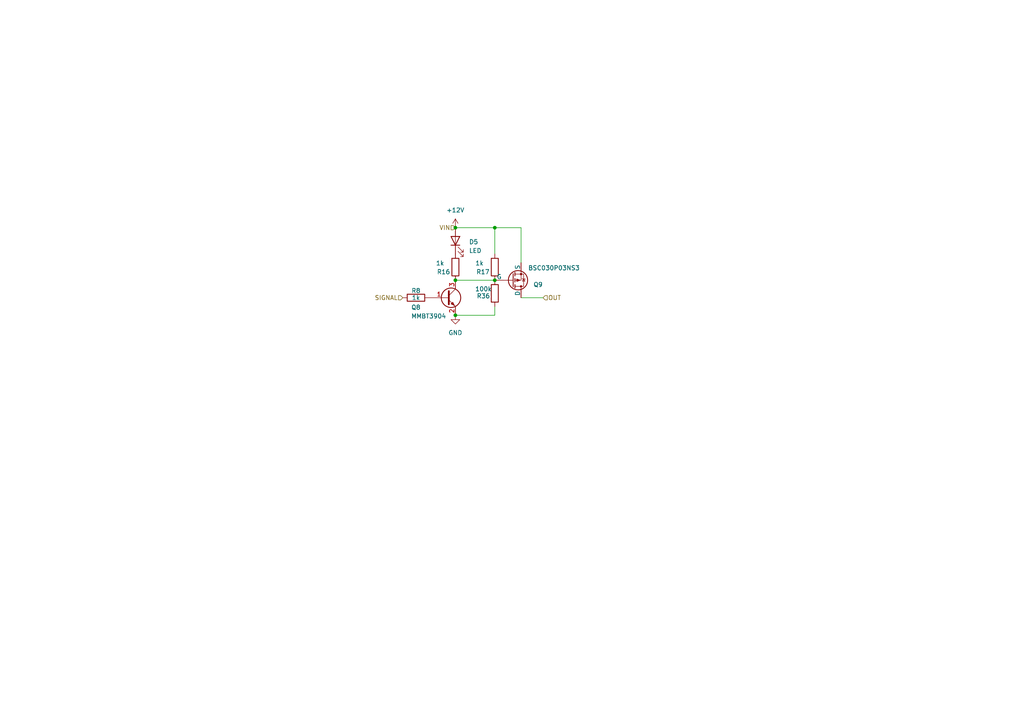
<source format=kicad_sch>
(kicad_sch (version 20250114) (generator "eeschema") (generator_version "9.0")
  (paper "A4")
  (lib_symbols
    (symbol "Device:LED" (pin_numbers (hide yes)) (pin_names (offset 1.016) (hide yes))
      (property "Reference" "D" (at 0 2.54 0))
      (property "Value" "LED" (at 0 -2.54 0))
      (symbol "LED_0_1"
        (polyline (pts (xy -3.048 -0.762) (xy -4.572 -2.286) (xy -3.81 -2.286) (xy -4.572 -2.286) (xy -4.572 -1.524)))
        (polyline (pts (xy -1.778 -0.762) (xy -3.302 -2.286) (xy -2.54 -2.286) (xy -3.302 -2.286) (xy -3.302 -1.524)))
        (polyline (pts (xy -1.27 0) (xy 1.27 0)))
        (polyline (pts (xy -1.27 -1.27) (xy -1.27 1.27)) (stroke (width 0.254)))
        (polyline (pts (xy 1.27 -1.27) (xy 1.27 1.27) (xy -1.27 0) (xy 1.27 -1.27)) (stroke (width 0.254)))
      )
      (symbol "LED_1_1"
        (pin passive line (at -3.81 0 0) (length 2.54) (name "K") (number "1"))
        (pin passive line (at 3.81 0 180) (length 2.54) (name "A") (number "2"))
      )
    )
    (symbol "Device:R" (pin_numbers (hide yes)) (pin_names (offset 0))
      (property "Reference" "R" (at 2.032 0 90))
      (property "Value" "R" (at 0 0 90))
      (symbol "R_0_1"
        (rectangle (start -1.016 -2.54) (end 1.016 2.54) (stroke (width 0.254)))
      )
      (symbol "R_1_1"
        (pin passive line (at 0 3.81 270) (length 1.27) (name "~") (number "1"))
        (pin passive line (at 0 -3.81 90) (length 1.27) (name "~") (number "2"))
      )
    )
    (symbol "RMC:PMOS_tdson-8" (pin_numbers (hide yes)) (pin_names (offset 0))
      (property "Reference" "Q18" (at 5.334 1.27 0))
      (property "Value" "PMOS_tdson-8" (at 5.334 -1.27 0))
      (symbol "PMOS_tdson-8_0_1"
        (polyline (pts (xy 0.254 1.905) (xy 0.254 -1.905)) (stroke (width 0.254)))
        (polyline (pts (xy 0.254 0) (xy -2.54 0)))
        (polyline (pts (xy 0.762 2.286) (xy 0.762 1.27)) (stroke (width 0.254)))
        (polyline (pts (xy 0.762 1.778) (xy 3.302 1.778) (xy 3.302 -1.778) (xy 0.762 -1.778)))
        (polyline (pts (xy 0.762 0.508) (xy 0.762 -0.508)) (stroke (width 0.254)))
        (polyline (pts (xy 0.762 -1.27) (xy 0.762 -2.286)) (stroke (width 0.254)))
        (circle (center 1.651 0) (radius 2.794) (stroke (width 0.254)))
        (polyline (pts (xy 2.286 0) (xy 1.27 0.381) (xy 1.27 -0.381) (xy 2.286 0)) (fill (type outline)))
        (polyline (pts (xy 2.54 2.54) (xy 2.54 1.778)))
        (circle (center 2.54 1.778) (radius 0.254) (fill (type outline)))
        (circle (center 2.54 -1.778) (radius 0.254) (fill (type outline)))
        (polyline (pts (xy 2.54 -2.54) (xy 2.54 0) (xy 0.762 0)))
        (polyline (pts (xy 2.794 -0.508) (xy 2.921 -0.381) (xy 3.683 -0.381) (xy 3.81 -0.254)))
        (polyline (pts (xy 3.302 -0.381) (xy 2.921 0.254) (xy 3.683 0.254) (xy 3.302 -0.381)))
      )
      (symbol "PMOS_tdson-8_1_1"
        (pin input line (at -5.08 0 0) (length 2.54) (name "G") (number "4"))
        (pin passive line (at 2.54 5.08 270) (length 2.54) (name "D") (number "5"))
        (pin passive line (at 2.54 5.08 270) (length 2.54) (hide yes) (name "D") (number "6"))
        (pin passive line (at 2.54 5.08 270) (length 2.54) (hide yes) (name "D") (number "7"))
        (pin passive line (at 2.54 5.08 270) (length 2.54) (hide yes) (name "D") (number "8"))
        (pin passive line (at 2.54 -5.08 90) (length 2.54) (name "S") (number "1"))
        (pin passive line (at 2.54 -5.08 90) (length 2.54) (hide yes) (name "S") (number "2"))
        (pin passive line (at 2.54 -5.08 90) (length 2.54) (hide yes) (name "S") (number "3"))
      )
    )
    (symbol "Transistor_BJT:MMBT3904" (pin_names (offset 0) (hide yes))
      (property "Reference" "Q" (at 5.08 1.905 0))
      (property "Value" "MMBT3904" (at 5.08 0 0))
      (symbol "MMBT3904_0_1"
        (polyline (pts (xy 0.635 1.905) (xy 0.635 -1.905) (xy 0.635 -1.905)) (stroke (width 0.508)))
        (polyline (pts (xy 0.635 0.635) (xy 2.54 2.54)))
        (polyline (pts (xy 0.635 -0.635) (xy 2.54 -2.54) (xy 2.54 -2.54)))
        (circle (center 1.27 0) (radius 2.8194) (stroke (width 0.254)))
        (polyline (pts (xy 1.27 -1.778) (xy 1.778 -1.27) (xy 2.286 -2.286) (xy 1.27 -1.778) (xy 1.27 -1.778)) (fill (type outline)))
      )
      (symbol "MMBT3904_1_1"
        (pin input line (at -5.08 0 0) (length 5.715) (name "B") (number "1"))
        (pin passive line (at 2.54 5.08 270) (length 2.54) (name "C") (number "3"))
        (pin passive line (at 2.54 -5.08 90) (length 2.54) (name "E") (number "2"))
      )
    )
    (symbol "power:+12V" (power) (pin_numbers (hide yes)) (pin_names (offset 0) (hide yes))
      (property "Value" "+12V" (at 0 3.556 0))
      (symbol "+12V_0_1"
        (polyline (pts (xy -0.762 1.27) (xy 0 2.54)))
        (polyline (pts (xy 0 2.54) (xy 0.762 1.27)))
        (polyline (pts (xy 0 0) (xy 0 2.54)))
      )
      (symbol "+12V_1_1"
        (pin power_in line (at 0 0 90) (length 0) (name "~") (number "1"))
      )
    )
    (symbol "power:GND" (power) (pin_numbers (hide yes)) (pin_names (offset 0) (hide yes))
      (property "Value" "GND" (at 0 -3.81 0))
      (symbol "GND_0_1"
        (polyline (pts (xy 0 0) (xy 0 -1.27) (xy 1.27 -1.27) (xy 0 -2.54) (xy -1.27 -1.27) (xy 0 -1.27)))
      )
      (symbol "GND_1_1"
        (pin power_in line (at 0 0 270) (length 0) (name "~") (number "1"))
      )
    )
  )
  (junction (at 132.08 81.28))
  (junction (at 132.08 66.04))
  (junction (at 143.51 66.04))
  (junction (at 143.51 81.28))
  (junction (at 132.08 91.44))
  (wire (pts (xy 132.08 81.28) (xy 143.51 81.28)))
  (wire (pts (xy 157.48 86.36) (xy 151.13 86.36)))
  (wire (pts (xy 143.51 91.44) (xy 132.08 91.44)))
  (wire (pts (xy 143.51 66.04) (xy 143.51 73.66)))
  (wire (pts (xy 132.08 66.04) (xy 143.51 66.04)))
  (wire (pts (xy 143.51 88.9) (xy 143.51 91.44)))
  (wire (pts (xy 143.51 66.04) (xy 151.13 66.04)))
  (wire (pts (xy 151.13 76.2) (xy 151.13 66.04)))
  (hierarchical_label "SIGNAL" (shape input) (at 116.84 86.36 180))
  (hierarchical_label "OUT" (shape input) (at 157.48 86.36 0))
  (hierarchical_label "VIN" (shape input) (at 132.08 66.04 180))
  (symbol (lib_id "Device:R") (at 120.65 86.36 90) (mirror x) (unit 1)
    (property "Reference" "R5" (at 120.65 84.328 90))
    (property "Value" "1k" (at 120.65 86.36 90))
    (property "Footprint" "RMC_Resistor:R_0805_2012Metric_Pad1.20x1.40mm_HandSolder_L" (effects (hide yes)))
    (instances (project "VCU V3.2" (path "" (reference "R8") (unit 1)) (path "" (reference "R6") (unit 1)) (path "" (reference "R7") (unit 1)) (path "" (reference "R5") (unit 1))))
  )
  (symbol (lib_id "Device:R") (at 132.08 77.47 0) (unit 1)
    (property "Reference" "R10" (at 128.651 78.867 0))
    (property "Value" "1k" (at 127.635 76.327 0))
    (property "Footprint" "RMC_Resistor:R_0805_2012Metric_Pad1.20x1.40mm_HandSolder_L" (effects (hide yes)))
    (instances (project "VCU V3.2" (path "" (reference "R16") (unit 1)) (path "" (reference "R11") (unit 1)) (path "" (reference "R12") (unit 1)) (path "" (reference "R10") (unit 1))))
  )
  (symbol (lib_id "Device:LED") (at 132.08 69.85 90) (unit 1)
    (property "Reference" "D2" (at 136.017 70.1675 90) (effects (justify right)))
    (property "Value" "LED" (at 136.017 72.7075 90) (effects (justify right)))
    (property "Footprint" "RMC_LED:LED_0805_2012Metric_Pad1.45x1.40mm_HandSolder" (effects (hide yes)))
    (instances (project "VCU V3.2" (path "" (reference "D5") (unit 1)) (path "" (reference "D3") (unit 1)) (path "" (reference "D4") (unit 1)) (path "" (reference "D2") (unit 1))))
  )
  (symbol (lib_id "RMC:PMOS_tdson-8") (at 148.59 81.28 0) (mirror x) (unit 1)
    (property "Reference" "Q5" (at 154.686 82.55 0) (effects (justify left)))
    (property "Value" "BSC030P03NS3" (at 153.162 77.724 0) (effects (justify left)))
    (property "Footprint" "RMC_SO:Infineon_PG-TDSON-8_6.15x5.15mm" (effects (hide yes)))
    (property "Datasheet" "https://ngspice.sourceforge.io/docs/ngspice-manual.pdf" (effects (hide yes)))
    (instances (project "VCU V3.2" (path "" (reference "Q9") (unit 1)) (path "" (reference "Q6") (unit 1)) (path "" (reference "Q7") (unit 1)) (path "" (reference "Q5") (unit 1))))
  )
  (symbol (lib_id "power:GND") (at 132.08 91.44 0) (unit 1)
    (property "Reference" "#PWR025" (effects (hide yes)))
    (property "Value" "GND" (at 132.08 96.52 0))
    (property "Description" "Power symbol creates a global label with name \"GND\" , ground" (effects (hide yes)))
    (instances (project "VCU V3.2" (path "" (reference "#PWR058") (unit 1)) (path "" (reference "#PWR026") (unit 1)) (path "" (reference "#PWR057") (unit 1)) (path "" (reference "#PWR025") (unit 1))))
  )
  (symbol (lib_id "power:+12V") (at 132.08 66.04 0) (unit 1)
    (property "Reference" "#PWR019" (effects (hide yes)))
    (property "Value" "+12V" (at 132.08 60.96 0))
    (property "Description" "Power symbol creates a global label with name \"+12V\"" (effects (hide yes)))
    (instances (project "VCU V3.2" (path "" (reference "#PWR022") (unit 1)) (path "" (reference "#PWR020") (unit 1)) (path "" (reference "#PWR021") (unit 1)) (path "" (reference "#PWR019") (unit 1))))
  )
  (symbol (lib_id "Transistor_BJT:MMBT3904") (at 129.54 86.36 0) (unit 1)
    (property "Reference" "Q2" (at 119.253 89.154 0) (effects (justify left)))
    (property "Value" "MMBT3904" (at 119.253 91.694 0) (effects (justify left)))
    (property "Footprint" "RMC_SOT:SOT-23" (effects (hide yes)))
    (property "Datasheet" "https://www.onsemi.com/pdf/datasheet/pzt3904-d.pdf" (effects (hide yes)))
    (instances (project "VCU V3.2" (path "" (reference "Q8") (unit 1)) (path "" (reference "Q3") (unit 1)) (path "" (reference "Q4") (unit 1)) (path "" (reference "Q2") (unit 1))))
  )
  (symbol (lib_id "Device:R") (at 143.51 85.09 0) (unit 1)
    (property "Reference" "R18" (at 140.208 85.852 0))
    (property "Value" "100k" (at 140.208 83.82 0))
    (property "Footprint" "RMC_Resistor:R_0805_2012Metric_Pad1.20x1.40mm_HandSolder_L" (effects (hide yes)))
    (instances (project "VCU V3.2" (path "" (reference "R36") (unit 1)) (path "" (reference "R34") (unit 1)) (path "" (reference "R35") (unit 1)) (path "" (reference "R18") (unit 1))))
  )
  (symbol (lib_id "Device:R") (at 143.51 77.47 0) (unit 1)
    (property "Reference" "R13" (at 140.081 78.867 0))
    (property "Value" "1k" (at 139.065 76.327 0))
    (property "Footprint" "RMC_Resistor:R_0805_2012Metric_Pad1.20x1.40mm_HandSolder_L" (effects (hide yes)))
    (instances (project "VCU V3.2" (path "" (reference "R17") (unit 1)) (path "" (reference "R14") (unit 1)) (path "" (reference "R15") (unit 1)) (path "" (reference "R13") (unit 1))))
  )
)
</source>
